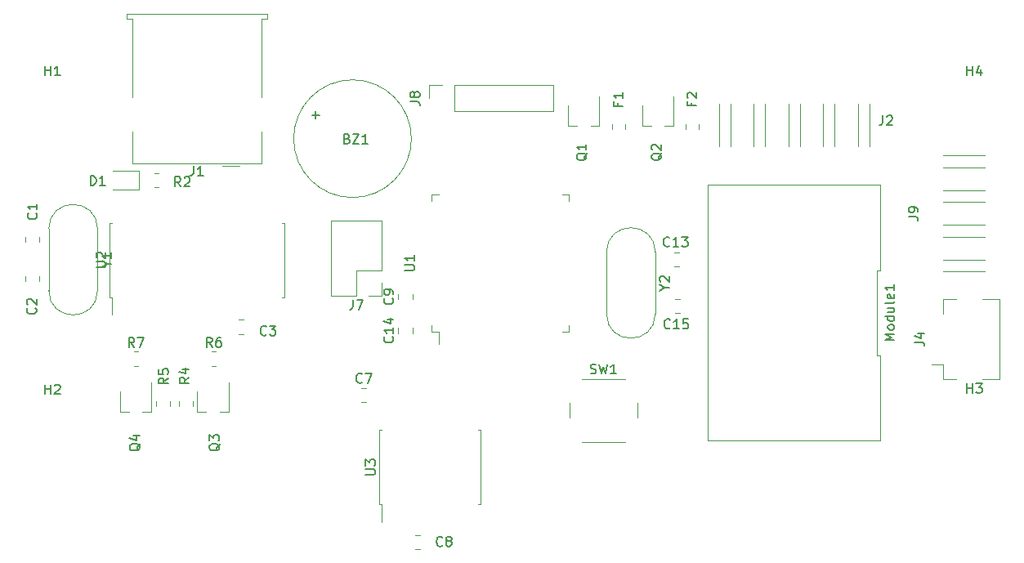
<source format=gto>
%TF.GenerationSoftware,KiCad,Pcbnew,(5.1.10)-1*%
%TF.CreationDate,2021-12-15T16:43:02+05:30*%
%TF.ProjectId,SPVMD_V2.0,5350564d-445f-4563-922e-302e6b696361,rev?*%
%TF.SameCoordinates,Original*%
%TF.FileFunction,Legend,Top*%
%TF.FilePolarity,Positive*%
%FSLAX46Y46*%
G04 Gerber Fmt 4.6, Leading zero omitted, Abs format (unit mm)*
G04 Created by KiCad (PCBNEW (5.1.10)-1) date 2021-12-15 16:43:02*
%MOMM*%
%LPD*%
G01*
G04 APERTURE LIST*
%ADD10C,0.120000*%
%ADD11C,0.150000*%
G04 APERTURE END LIST*
D10*
%TO.C,J7*%
X135696000Y-74806500D02*
X130496000Y-74806500D01*
X135696000Y-79946500D02*
X135696000Y-74806500D01*
X130496000Y-82546500D02*
X130496000Y-74806500D01*
X135696000Y-79946500D02*
X133096000Y-79946500D01*
X133096000Y-79946500D02*
X133096000Y-82546500D01*
X133096000Y-82546500D02*
X130496000Y-82546500D01*
X135696000Y-81216500D02*
X135696000Y-82546500D01*
X135696000Y-82546500D02*
X134366000Y-82546500D01*
%TO.C,BZ1*%
X138805000Y-66294000D02*
G75*
G03*
X138805000Y-66294000I-6100000J0D01*
G01*
%TO.C,C1*%
X100239500Y-76444248D02*
X100239500Y-76966752D01*
X98769500Y-76444248D02*
X98769500Y-76966752D01*
%TO.C,C2*%
X100239500Y-81030752D02*
X100239500Y-80508248D01*
X98769500Y-81030752D02*
X98769500Y-80508248D01*
%TO.C,C3*%
X120899248Y-86523500D02*
X121421752Y-86523500D01*
X120899248Y-85053500D02*
X121421752Y-85053500D01*
%TO.C,C7*%
X133594248Y-92102000D02*
X134116752Y-92102000D01*
X133594248Y-93572000D02*
X134116752Y-93572000D01*
%TO.C,C8*%
X139187248Y-108812000D02*
X139709752Y-108812000D01*
X139187248Y-107342000D02*
X139709752Y-107342000D01*
%TO.C,C9*%
X138911000Y-82938252D02*
X138911000Y-82415748D01*
X137441000Y-82938252D02*
X137441000Y-82415748D01*
%TO.C,C13*%
X166047748Y-79538500D02*
X166570252Y-79538500D01*
X166047748Y-78068500D02*
X166570252Y-78068500D01*
%TO.C,C14*%
X137441000Y-86428252D02*
X137441000Y-85905748D01*
X138911000Y-86428252D02*
X138911000Y-85905748D01*
%TO.C,C15*%
X166111248Y-82894500D02*
X166633752Y-82894500D01*
X166111248Y-84364500D02*
X166633752Y-84364500D01*
%TO.C,D1*%
X107902500Y-71572000D02*
X110587500Y-71572000D01*
X110587500Y-71572000D02*
X110587500Y-69652000D01*
X110587500Y-69652000D02*
X107902500Y-69652000D01*
%TO.C,F1*%
X159564000Y-65294252D02*
X159564000Y-64771748D01*
X160984000Y-65294252D02*
X160984000Y-64771748D01*
%TO.C,F2*%
X168604000Y-65276252D02*
X168604000Y-64753748D01*
X167184000Y-65276252D02*
X167184000Y-64753748D01*
%TO.C,J1*%
X123238500Y-53904500D02*
X123238500Y-62014500D01*
X123238500Y-53904500D02*
X123888500Y-53904500D01*
X123238500Y-68864500D02*
X109918500Y-68864500D01*
X123238500Y-68864500D02*
X123238500Y-65534500D01*
X109918500Y-68864500D02*
X109918500Y-65534500D01*
X109268500Y-53384500D02*
X109268500Y-53904500D01*
X123888500Y-53384500D02*
X109268500Y-53384500D01*
X109918500Y-62014500D02*
X109918500Y-53904500D01*
X123888500Y-53904500D02*
X123888500Y-53384500D01*
X109268500Y-53904500D02*
X109918500Y-53904500D01*
X120978500Y-69084500D02*
X119178500Y-69084500D01*
%TO.C,J2*%
X171869500Y-62718500D02*
X171869500Y-67048500D01*
X170649500Y-62718500D02*
X170649500Y-67048500D01*
X175469500Y-62718500D02*
X175469500Y-67048500D01*
X174249500Y-62718500D02*
X174249500Y-67048500D01*
X179069500Y-62718500D02*
X179069500Y-67048500D01*
X177849500Y-62718500D02*
X177849500Y-67048500D01*
X182669500Y-62718500D02*
X182669500Y-67048500D01*
X181449500Y-62718500D02*
X181449500Y-67048500D01*
X186269500Y-62718500D02*
X186269500Y-67048500D01*
X185049500Y-62718500D02*
X185049500Y-67048500D01*
%TO.C,J4*%
X193899000Y-89718500D02*
X193899000Y-91208500D01*
X193899000Y-91208500D02*
X195239000Y-91208500D01*
X193899000Y-84398500D02*
X193899000Y-82908500D01*
X193899000Y-82908500D02*
X195239000Y-82908500D01*
X197959000Y-91208500D02*
X199699000Y-91208500D01*
X199699000Y-91208500D02*
X199699000Y-82908500D01*
X199699000Y-82908500D02*
X197959000Y-82908500D01*
X193899000Y-89718500D02*
X192699000Y-89718500D01*
%TO.C,J8*%
X143256000Y-63433000D02*
X143256000Y-60773000D01*
X143256000Y-63433000D02*
X153476000Y-63433000D01*
X153476000Y-63433000D02*
X153476000Y-60773000D01*
X143256000Y-60773000D02*
X153476000Y-60773000D01*
X140656000Y-60773000D02*
X141986000Y-60773000D01*
X140656000Y-62103000D02*
X140656000Y-60773000D01*
%TO.C,J9*%
X193909500Y-78828500D02*
X198239500Y-78828500D01*
X193909500Y-80048500D02*
X198239500Y-80048500D01*
X193909500Y-75228500D02*
X198239500Y-75228500D01*
X193909500Y-76448500D02*
X198239500Y-76448500D01*
X193909500Y-71628500D02*
X198239500Y-71628500D01*
X193909500Y-72848500D02*
X198239500Y-72848500D01*
X193909500Y-68028500D02*
X198239500Y-68028500D01*
X193909500Y-69248500D02*
X198239500Y-69248500D01*
%TO.C,Module1*%
X187385000Y-79911334D02*
X187385000Y-71078000D01*
X187025000Y-79911334D02*
X187385000Y-79911334D01*
X187025000Y-88744666D02*
X187025000Y-79911334D01*
X187385000Y-88744666D02*
X187025000Y-88744666D01*
X187385000Y-97578000D02*
X187385000Y-88744666D01*
X169485000Y-97578000D02*
X187385000Y-97578000D01*
X169485000Y-71078000D02*
X169485000Y-97578000D01*
X187385000Y-71078000D02*
X169485000Y-71078000D01*
%TO.C,Q1*%
X155957000Y-64956000D02*
X155047000Y-64956000D01*
X158257000Y-64956000D02*
X157357000Y-64956000D01*
X158267000Y-61881000D02*
X158267000Y-64956000D01*
X155047000Y-62806000D02*
X155047000Y-64956000D01*
%TO.C,Q2*%
X162728000Y-62806000D02*
X162728000Y-64956000D01*
X165948000Y-61881000D02*
X165948000Y-64956000D01*
X165938000Y-64956000D02*
X165038000Y-64956000D01*
X163638000Y-64956000D02*
X162728000Y-64956000D01*
%TO.C,Q3*%
X116627000Y-92475000D02*
X116627000Y-94625000D01*
X119847000Y-91550000D02*
X119847000Y-94625000D01*
X119837000Y-94625000D02*
X118937000Y-94625000D01*
X117537000Y-94625000D02*
X116627000Y-94625000D01*
%TO.C,Q4*%
X109536000Y-94625000D02*
X108626000Y-94625000D01*
X111836000Y-94625000D02*
X110936000Y-94625000D01*
X111846000Y-91550000D02*
X111846000Y-94625000D01*
X108626000Y-92475000D02*
X108626000Y-94625000D01*
%TO.C,R2*%
X112144436Y-71347000D02*
X112598564Y-71347000D01*
X112144436Y-69877000D02*
X112598564Y-69877000D01*
%TO.C,R4*%
X114708000Y-93993064D02*
X114708000Y-93538936D01*
X116178000Y-93993064D02*
X116178000Y-93538936D01*
%TO.C,R5*%
X112358500Y-93976564D02*
X112358500Y-93522436D01*
X113828500Y-93976564D02*
X113828500Y-93522436D01*
%TO.C,R6*%
X118096936Y-89825500D02*
X118551064Y-89825500D01*
X118096936Y-88355500D02*
X118551064Y-88355500D01*
%TO.C,R7*%
X110032436Y-89825500D02*
X110486564Y-89825500D01*
X110032436Y-88355500D02*
X110486564Y-88355500D01*
%TO.C,SW1*%
X156448000Y-97702000D02*
X160948000Y-97702000D01*
X155198000Y-93702000D02*
X155198000Y-95202000D01*
X160948000Y-91202000D02*
X156448000Y-91202000D01*
X162198000Y-95202000D02*
X162198000Y-93702000D01*
%TO.C,U1*%
X155128500Y-72774500D02*
X155128500Y-72074500D01*
X155128500Y-72074500D02*
X154428500Y-72074500D01*
X155128500Y-85594500D02*
X155128500Y-86294500D01*
X155128500Y-86294500D02*
X154428500Y-86294500D01*
X140908500Y-72774500D02*
X140908500Y-72074500D01*
X140908500Y-72074500D02*
X141608500Y-72074500D01*
X140908500Y-85594500D02*
X140908500Y-86294500D01*
X140908500Y-86294500D02*
X141608500Y-86294500D01*
X141608500Y-86294500D02*
X141608500Y-87584500D01*
%TO.C,U2*%
X125646000Y-78867000D02*
X125646000Y-75007000D01*
X125646000Y-75007000D02*
X125401000Y-75007000D01*
X125646000Y-78867000D02*
X125646000Y-82727000D01*
X125646000Y-82727000D02*
X125401000Y-82727000D01*
X107526000Y-78867000D02*
X107526000Y-75007000D01*
X107526000Y-75007000D02*
X107771000Y-75007000D01*
X107526000Y-78867000D02*
X107526000Y-82727000D01*
X107526000Y-82727000D02*
X107771000Y-82727000D01*
X107771000Y-82727000D02*
X107771000Y-84542000D01*
%TO.C,U3*%
X145976000Y-100344500D02*
X145976000Y-96484500D01*
X145976000Y-96484500D02*
X145721000Y-96484500D01*
X145976000Y-100344500D02*
X145976000Y-104204500D01*
X145976000Y-104204500D02*
X145721000Y-104204500D01*
X135456000Y-100344500D02*
X135456000Y-96484500D01*
X135456000Y-96484500D02*
X135711000Y-96484500D01*
X135456000Y-100344500D02*
X135456000Y-104204500D01*
X135456000Y-104204500D02*
X135711000Y-104204500D01*
X135711000Y-104204500D02*
X135711000Y-106019500D01*
%TO.C,Y1*%
X101234000Y-75630500D02*
X101234000Y-82030500D01*
X106284000Y-75630500D02*
X106284000Y-82030500D01*
X101234000Y-82030500D02*
G75*
G03*
X106284000Y-82030500I2525000J0D01*
G01*
X101234000Y-75630500D02*
G75*
G02*
X106284000Y-75630500I2525000J0D01*
G01*
%TO.C,Y2*%
X164069000Y-78043500D02*
X164069000Y-84443500D01*
X159019000Y-78043500D02*
X159019000Y-84443500D01*
X159019000Y-78043500D02*
G75*
G02*
X164069000Y-78043500I2525000J0D01*
G01*
X159019000Y-84443500D02*
G75*
G03*
X164069000Y-84443500I2525000J0D01*
G01*
%TO.C,J7*%
D11*
X132762666Y-82998880D02*
X132762666Y-83713166D01*
X132715047Y-83856023D01*
X132619809Y-83951261D01*
X132476952Y-83998880D01*
X132381714Y-83998880D01*
X133143619Y-82998880D02*
X133810285Y-82998880D01*
X133381714Y-83998880D01*
%TO.C,H4*%
X196342095Y-59752380D02*
X196342095Y-58752380D01*
X196342095Y-59228571D02*
X196913523Y-59228571D01*
X196913523Y-59752380D02*
X196913523Y-58752380D01*
X197818285Y-59085714D02*
X197818285Y-59752380D01*
X197580190Y-58704761D02*
X197342095Y-59419047D01*
X197961142Y-59419047D01*
%TO.C,H3*%
X196342095Y-92645380D02*
X196342095Y-91645380D01*
X196342095Y-92121571D02*
X196913523Y-92121571D01*
X196913523Y-92645380D02*
X196913523Y-91645380D01*
X197294476Y-91645380D02*
X197913523Y-91645380D01*
X197580190Y-92026333D01*
X197723047Y-92026333D01*
X197818285Y-92073952D01*
X197865904Y-92121571D01*
X197913523Y-92216809D01*
X197913523Y-92454904D01*
X197865904Y-92550142D01*
X197818285Y-92597761D01*
X197723047Y-92645380D01*
X197437333Y-92645380D01*
X197342095Y-92597761D01*
X197294476Y-92550142D01*
%TO.C,H2*%
X100838095Y-92772380D02*
X100838095Y-91772380D01*
X100838095Y-92248571D02*
X101409523Y-92248571D01*
X101409523Y-92772380D02*
X101409523Y-91772380D01*
X101838095Y-91867619D02*
X101885714Y-91820000D01*
X101980952Y-91772380D01*
X102219047Y-91772380D01*
X102314285Y-91820000D01*
X102361904Y-91867619D01*
X102409523Y-91962857D01*
X102409523Y-92058095D01*
X102361904Y-92200952D01*
X101790476Y-92772380D01*
X102409523Y-92772380D01*
%TO.C,H1*%
X100838095Y-59752380D02*
X100838095Y-58752380D01*
X100838095Y-59228571D02*
X101409523Y-59228571D01*
X101409523Y-59752380D02*
X101409523Y-58752380D01*
X102409523Y-59752380D02*
X101838095Y-59752380D01*
X102123809Y-59752380D02*
X102123809Y-58752380D01*
X102028571Y-58895238D01*
X101933333Y-58990476D01*
X101838095Y-59038095D01*
%TO.C,BZ1*%
X132151547Y-66286071D02*
X132294404Y-66333690D01*
X132342023Y-66381309D01*
X132389642Y-66476547D01*
X132389642Y-66619404D01*
X132342023Y-66714642D01*
X132294404Y-66762261D01*
X132199166Y-66809880D01*
X131818214Y-66809880D01*
X131818214Y-65809880D01*
X132151547Y-65809880D01*
X132246785Y-65857500D01*
X132294404Y-65905119D01*
X132342023Y-66000357D01*
X132342023Y-66095595D01*
X132294404Y-66190833D01*
X132246785Y-66238452D01*
X132151547Y-66286071D01*
X131818214Y-66286071D01*
X132722976Y-65809880D02*
X133389642Y-65809880D01*
X132722976Y-66809880D01*
X133389642Y-66809880D01*
X134294404Y-66809880D02*
X133722976Y-66809880D01*
X134008690Y-66809880D02*
X134008690Y-65809880D01*
X133913452Y-65952738D01*
X133818214Y-66047976D01*
X133722976Y-66095595D01*
X128514047Y-63825428D02*
X129275952Y-63825428D01*
X128895000Y-64206380D02*
X128895000Y-63444476D01*
%TO.C,C1*%
X99925142Y-74017166D02*
X99972761Y-74064785D01*
X100020380Y-74207642D01*
X100020380Y-74302880D01*
X99972761Y-74445738D01*
X99877523Y-74540976D01*
X99782285Y-74588595D01*
X99591809Y-74636214D01*
X99448952Y-74636214D01*
X99258476Y-74588595D01*
X99163238Y-74540976D01*
X99068000Y-74445738D01*
X99020380Y-74302880D01*
X99020380Y-74207642D01*
X99068000Y-74064785D01*
X99115619Y-74017166D01*
X100020380Y-73064785D02*
X100020380Y-73636214D01*
X100020380Y-73350500D02*
X99020380Y-73350500D01*
X99163238Y-73445738D01*
X99258476Y-73540976D01*
X99306095Y-73636214D01*
%TO.C,C2*%
X99861642Y-83859666D02*
X99909261Y-83907285D01*
X99956880Y-84050142D01*
X99956880Y-84145380D01*
X99909261Y-84288238D01*
X99814023Y-84383476D01*
X99718785Y-84431095D01*
X99528309Y-84478714D01*
X99385452Y-84478714D01*
X99194976Y-84431095D01*
X99099738Y-84383476D01*
X99004500Y-84288238D01*
X98956880Y-84145380D01*
X98956880Y-84050142D01*
X99004500Y-83907285D01*
X99052119Y-83859666D01*
X99052119Y-83478714D02*
X99004500Y-83431095D01*
X98956880Y-83335857D01*
X98956880Y-83097761D01*
X99004500Y-83002523D01*
X99052119Y-82954904D01*
X99147357Y-82907285D01*
X99242595Y-82907285D01*
X99385452Y-82954904D01*
X99956880Y-83526333D01*
X99956880Y-82907285D01*
%TO.C,C3*%
X123785333Y-86590142D02*
X123737714Y-86637761D01*
X123594857Y-86685380D01*
X123499619Y-86685380D01*
X123356761Y-86637761D01*
X123261523Y-86542523D01*
X123213904Y-86447285D01*
X123166285Y-86256809D01*
X123166285Y-86113952D01*
X123213904Y-85923476D01*
X123261523Y-85828238D01*
X123356761Y-85733000D01*
X123499619Y-85685380D01*
X123594857Y-85685380D01*
X123737714Y-85733000D01*
X123785333Y-85780619D01*
X124118666Y-85685380D02*
X124737714Y-85685380D01*
X124404380Y-86066333D01*
X124547238Y-86066333D01*
X124642476Y-86113952D01*
X124690095Y-86161571D01*
X124737714Y-86256809D01*
X124737714Y-86494904D01*
X124690095Y-86590142D01*
X124642476Y-86637761D01*
X124547238Y-86685380D01*
X124261523Y-86685380D01*
X124166285Y-86637761D01*
X124118666Y-86590142D01*
%TO.C,C7*%
X133688833Y-91514142D02*
X133641214Y-91561761D01*
X133498357Y-91609380D01*
X133403119Y-91609380D01*
X133260261Y-91561761D01*
X133165023Y-91466523D01*
X133117404Y-91371285D01*
X133069785Y-91180809D01*
X133069785Y-91037952D01*
X133117404Y-90847476D01*
X133165023Y-90752238D01*
X133260261Y-90657000D01*
X133403119Y-90609380D01*
X133498357Y-90609380D01*
X133641214Y-90657000D01*
X133688833Y-90704619D01*
X134022166Y-90609380D02*
X134688833Y-90609380D01*
X134260261Y-91609380D01*
%TO.C,C8*%
X142009833Y-108434142D02*
X141962214Y-108481761D01*
X141819357Y-108529380D01*
X141724119Y-108529380D01*
X141581261Y-108481761D01*
X141486023Y-108386523D01*
X141438404Y-108291285D01*
X141390785Y-108100809D01*
X141390785Y-107957952D01*
X141438404Y-107767476D01*
X141486023Y-107672238D01*
X141581261Y-107577000D01*
X141724119Y-107529380D01*
X141819357Y-107529380D01*
X141962214Y-107577000D01*
X142009833Y-107624619D01*
X142581261Y-107957952D02*
X142486023Y-107910333D01*
X142438404Y-107862714D01*
X142390785Y-107767476D01*
X142390785Y-107719857D01*
X142438404Y-107624619D01*
X142486023Y-107577000D01*
X142581261Y-107529380D01*
X142771738Y-107529380D01*
X142866976Y-107577000D01*
X142914595Y-107624619D01*
X142962214Y-107719857D01*
X142962214Y-107767476D01*
X142914595Y-107862714D01*
X142866976Y-107910333D01*
X142771738Y-107957952D01*
X142581261Y-107957952D01*
X142486023Y-108005571D01*
X142438404Y-108053190D01*
X142390785Y-108148428D01*
X142390785Y-108338904D01*
X142438404Y-108434142D01*
X142486023Y-108481761D01*
X142581261Y-108529380D01*
X142771738Y-108529380D01*
X142866976Y-108481761D01*
X142914595Y-108434142D01*
X142962214Y-108338904D01*
X142962214Y-108148428D01*
X142914595Y-108053190D01*
X142866976Y-108005571D01*
X142771738Y-107957952D01*
%TO.C,C9*%
X136853142Y-82843666D02*
X136900761Y-82891285D01*
X136948380Y-83034142D01*
X136948380Y-83129380D01*
X136900761Y-83272238D01*
X136805523Y-83367476D01*
X136710285Y-83415095D01*
X136519809Y-83462714D01*
X136376952Y-83462714D01*
X136186476Y-83415095D01*
X136091238Y-83367476D01*
X135996000Y-83272238D01*
X135948380Y-83129380D01*
X135948380Y-83034142D01*
X135996000Y-82891285D01*
X136043619Y-82843666D01*
X136948380Y-82367476D02*
X136948380Y-82177000D01*
X136900761Y-82081761D01*
X136853142Y-82034142D01*
X136710285Y-81938904D01*
X136519809Y-81891285D01*
X136138857Y-81891285D01*
X136043619Y-81938904D01*
X135996000Y-81986523D01*
X135948380Y-82081761D01*
X135948380Y-82272238D01*
X135996000Y-82367476D01*
X136043619Y-82415095D01*
X136138857Y-82462714D01*
X136376952Y-82462714D01*
X136472190Y-82415095D01*
X136519809Y-82367476D01*
X136567428Y-82272238D01*
X136567428Y-82081761D01*
X136519809Y-81986523D01*
X136472190Y-81938904D01*
X136376952Y-81891285D01*
%TO.C,C13*%
X165536642Y-77382642D02*
X165489023Y-77430261D01*
X165346166Y-77477880D01*
X165250928Y-77477880D01*
X165108071Y-77430261D01*
X165012833Y-77335023D01*
X164965214Y-77239785D01*
X164917595Y-77049309D01*
X164917595Y-76906452D01*
X164965214Y-76715976D01*
X165012833Y-76620738D01*
X165108071Y-76525500D01*
X165250928Y-76477880D01*
X165346166Y-76477880D01*
X165489023Y-76525500D01*
X165536642Y-76573119D01*
X166489023Y-77477880D02*
X165917595Y-77477880D01*
X166203309Y-77477880D02*
X166203309Y-76477880D01*
X166108071Y-76620738D01*
X166012833Y-76715976D01*
X165917595Y-76763595D01*
X166822357Y-76477880D02*
X167441404Y-76477880D01*
X167108071Y-76858833D01*
X167250928Y-76858833D01*
X167346166Y-76906452D01*
X167393785Y-76954071D01*
X167441404Y-77049309D01*
X167441404Y-77287404D01*
X167393785Y-77382642D01*
X167346166Y-77430261D01*
X167250928Y-77477880D01*
X166965214Y-77477880D01*
X166869976Y-77430261D01*
X166822357Y-77382642D01*
%TO.C,C14*%
X136853142Y-86809857D02*
X136900761Y-86857476D01*
X136948380Y-87000333D01*
X136948380Y-87095571D01*
X136900761Y-87238428D01*
X136805523Y-87333666D01*
X136710285Y-87381285D01*
X136519809Y-87428904D01*
X136376952Y-87428904D01*
X136186476Y-87381285D01*
X136091238Y-87333666D01*
X135996000Y-87238428D01*
X135948380Y-87095571D01*
X135948380Y-87000333D01*
X135996000Y-86857476D01*
X136043619Y-86809857D01*
X136948380Y-85857476D02*
X136948380Y-86428904D01*
X136948380Y-86143190D02*
X135948380Y-86143190D01*
X136091238Y-86238428D01*
X136186476Y-86333666D01*
X136234095Y-86428904D01*
X136281714Y-85000333D02*
X136948380Y-85000333D01*
X135900761Y-85238428D02*
X136615047Y-85476523D01*
X136615047Y-84857476D01*
%TO.C,C15*%
X165600142Y-85891642D02*
X165552523Y-85939261D01*
X165409666Y-85986880D01*
X165314428Y-85986880D01*
X165171571Y-85939261D01*
X165076333Y-85844023D01*
X165028714Y-85748785D01*
X164981095Y-85558309D01*
X164981095Y-85415452D01*
X165028714Y-85224976D01*
X165076333Y-85129738D01*
X165171571Y-85034500D01*
X165314428Y-84986880D01*
X165409666Y-84986880D01*
X165552523Y-85034500D01*
X165600142Y-85082119D01*
X166552523Y-85986880D02*
X165981095Y-85986880D01*
X166266809Y-85986880D02*
X166266809Y-84986880D01*
X166171571Y-85129738D01*
X166076333Y-85224976D01*
X165981095Y-85272595D01*
X167457285Y-84986880D02*
X166981095Y-84986880D01*
X166933476Y-85463071D01*
X166981095Y-85415452D01*
X167076333Y-85367833D01*
X167314428Y-85367833D01*
X167409666Y-85415452D01*
X167457285Y-85463071D01*
X167504904Y-85558309D01*
X167504904Y-85796404D01*
X167457285Y-85891642D01*
X167409666Y-85939261D01*
X167314428Y-85986880D01*
X167076333Y-85986880D01*
X166981095Y-85939261D01*
X166933476Y-85891642D01*
%TO.C,D1*%
X105560904Y-71127880D02*
X105560904Y-70127880D01*
X105799000Y-70127880D01*
X105941857Y-70175500D01*
X106037095Y-70270738D01*
X106084714Y-70365976D01*
X106132333Y-70556452D01*
X106132333Y-70699309D01*
X106084714Y-70889785D01*
X106037095Y-70985023D01*
X105941857Y-71080261D01*
X105799000Y-71127880D01*
X105560904Y-71127880D01*
X107084714Y-71127880D02*
X106513285Y-71127880D01*
X106799000Y-71127880D02*
X106799000Y-70127880D01*
X106703761Y-70270738D01*
X106608523Y-70365976D01*
X106513285Y-70413595D01*
%TO.C,F1*%
X160202571Y-62563333D02*
X160202571Y-62896666D01*
X160726380Y-62896666D02*
X159726380Y-62896666D01*
X159726380Y-62420476D01*
X160726380Y-61515714D02*
X160726380Y-62087142D01*
X160726380Y-61801428D02*
X159726380Y-61801428D01*
X159869238Y-61896666D01*
X159964476Y-61991904D01*
X160012095Y-62087142D01*
%TO.C,F2*%
X167822571Y-62554333D02*
X167822571Y-62887666D01*
X168346380Y-62887666D02*
X167346380Y-62887666D01*
X167346380Y-62411476D01*
X167441619Y-62078142D02*
X167394000Y-62030523D01*
X167346380Y-61935285D01*
X167346380Y-61697190D01*
X167394000Y-61601952D01*
X167441619Y-61554333D01*
X167536857Y-61506714D01*
X167632095Y-61506714D01*
X167774952Y-61554333D01*
X168346380Y-62125761D01*
X168346380Y-61506714D01*
%TO.C,J1*%
X116245166Y-69126880D02*
X116245166Y-69841166D01*
X116197547Y-69984023D01*
X116102309Y-70079261D01*
X115959452Y-70126880D01*
X115864214Y-70126880D01*
X117245166Y-70126880D02*
X116673738Y-70126880D01*
X116959452Y-70126880D02*
X116959452Y-69126880D01*
X116864214Y-69269738D01*
X116768976Y-69364976D01*
X116673738Y-69412595D01*
%TO.C,J2*%
X187626666Y-63904880D02*
X187626666Y-64619166D01*
X187579047Y-64762023D01*
X187483809Y-64857261D01*
X187340952Y-64904880D01*
X187245714Y-64904880D01*
X188055238Y-64000119D02*
X188102857Y-63952500D01*
X188198095Y-63904880D01*
X188436190Y-63904880D01*
X188531428Y-63952500D01*
X188579047Y-64000119D01*
X188626666Y-64095357D01*
X188626666Y-64190595D01*
X188579047Y-64333452D01*
X188007619Y-64904880D01*
X188626666Y-64904880D01*
%TO.C,J4*%
X190951380Y-87391833D02*
X191665666Y-87391833D01*
X191808523Y-87439452D01*
X191903761Y-87534690D01*
X191951380Y-87677547D01*
X191951380Y-87772785D01*
X191284714Y-86487071D02*
X191951380Y-86487071D01*
X190903761Y-86725166D02*
X191618047Y-86963261D01*
X191618047Y-86344214D01*
%TO.C,J8*%
X138668380Y-62436333D02*
X139382666Y-62436333D01*
X139525523Y-62483952D01*
X139620761Y-62579190D01*
X139668380Y-62722047D01*
X139668380Y-62817285D01*
X139096952Y-61817285D02*
X139049333Y-61912523D01*
X139001714Y-61960142D01*
X138906476Y-62007761D01*
X138858857Y-62007761D01*
X138763619Y-61960142D01*
X138716000Y-61912523D01*
X138668380Y-61817285D01*
X138668380Y-61626809D01*
X138716000Y-61531571D01*
X138763619Y-61483952D01*
X138858857Y-61436333D01*
X138906476Y-61436333D01*
X139001714Y-61483952D01*
X139049333Y-61531571D01*
X139096952Y-61626809D01*
X139096952Y-61817285D01*
X139144571Y-61912523D01*
X139192190Y-61960142D01*
X139287428Y-62007761D01*
X139477904Y-62007761D01*
X139573142Y-61960142D01*
X139620761Y-61912523D01*
X139668380Y-61817285D01*
X139668380Y-61626809D01*
X139620761Y-61531571D01*
X139573142Y-61483952D01*
X139477904Y-61436333D01*
X139287428Y-61436333D01*
X139192190Y-61483952D01*
X139144571Y-61531571D01*
X139096952Y-61626809D01*
%TO.C,J9*%
X190301880Y-74371833D02*
X191016166Y-74371833D01*
X191159023Y-74419452D01*
X191254261Y-74514690D01*
X191301880Y-74657547D01*
X191301880Y-74752785D01*
X191301880Y-73848023D02*
X191301880Y-73657547D01*
X191254261Y-73562309D01*
X191206642Y-73514690D01*
X191063785Y-73419452D01*
X190873309Y-73371833D01*
X190492357Y-73371833D01*
X190397119Y-73419452D01*
X190349500Y-73467071D01*
X190301880Y-73562309D01*
X190301880Y-73752785D01*
X190349500Y-73848023D01*
X190397119Y-73895642D01*
X190492357Y-73943261D01*
X190730452Y-73943261D01*
X190825690Y-73895642D01*
X190873309Y-73848023D01*
X190920928Y-73752785D01*
X190920928Y-73562309D01*
X190873309Y-73467071D01*
X190825690Y-73419452D01*
X190730452Y-73371833D01*
%TO.C,Module1*%
X188837380Y-87185142D02*
X187837380Y-87185142D01*
X188551666Y-86851809D01*
X187837380Y-86518476D01*
X188837380Y-86518476D01*
X188837380Y-85899428D02*
X188789761Y-85994666D01*
X188742142Y-86042285D01*
X188646904Y-86089904D01*
X188361190Y-86089904D01*
X188265952Y-86042285D01*
X188218333Y-85994666D01*
X188170714Y-85899428D01*
X188170714Y-85756571D01*
X188218333Y-85661333D01*
X188265952Y-85613714D01*
X188361190Y-85566095D01*
X188646904Y-85566095D01*
X188742142Y-85613714D01*
X188789761Y-85661333D01*
X188837380Y-85756571D01*
X188837380Y-85899428D01*
X188837380Y-84708952D02*
X187837380Y-84708952D01*
X188789761Y-84708952D02*
X188837380Y-84804190D01*
X188837380Y-84994666D01*
X188789761Y-85089904D01*
X188742142Y-85137523D01*
X188646904Y-85185142D01*
X188361190Y-85185142D01*
X188265952Y-85137523D01*
X188218333Y-85089904D01*
X188170714Y-84994666D01*
X188170714Y-84804190D01*
X188218333Y-84708952D01*
X188170714Y-83804190D02*
X188837380Y-83804190D01*
X188170714Y-84232761D02*
X188694523Y-84232761D01*
X188789761Y-84185142D01*
X188837380Y-84089904D01*
X188837380Y-83947047D01*
X188789761Y-83851809D01*
X188742142Y-83804190D01*
X188837380Y-83185142D02*
X188789761Y-83280380D01*
X188694523Y-83328000D01*
X187837380Y-83328000D01*
X188789761Y-82423238D02*
X188837380Y-82518476D01*
X188837380Y-82708952D01*
X188789761Y-82804190D01*
X188694523Y-82851809D01*
X188313571Y-82851809D01*
X188218333Y-82804190D01*
X188170714Y-82708952D01*
X188170714Y-82518476D01*
X188218333Y-82423238D01*
X188313571Y-82375619D01*
X188408809Y-82375619D01*
X188504047Y-82851809D01*
X188837380Y-81423238D02*
X188837380Y-81994666D01*
X188837380Y-81708952D02*
X187837380Y-81708952D01*
X187980238Y-81804190D01*
X188075476Y-81899428D01*
X188123095Y-81994666D01*
%TO.C,Q1*%
X157011619Y-67786238D02*
X156964000Y-67881476D01*
X156868761Y-67976714D01*
X156725904Y-68119571D01*
X156678285Y-68214809D01*
X156678285Y-68310047D01*
X156916380Y-68262428D02*
X156868761Y-68357666D01*
X156773523Y-68452904D01*
X156583047Y-68500523D01*
X156249714Y-68500523D01*
X156059238Y-68452904D01*
X155964000Y-68357666D01*
X155916380Y-68262428D01*
X155916380Y-68071952D01*
X155964000Y-67976714D01*
X156059238Y-67881476D01*
X156249714Y-67833857D01*
X156583047Y-67833857D01*
X156773523Y-67881476D01*
X156868761Y-67976714D01*
X156916380Y-68071952D01*
X156916380Y-68262428D01*
X156916380Y-66881476D02*
X156916380Y-67452904D01*
X156916380Y-67167190D02*
X155916380Y-67167190D01*
X156059238Y-67262428D01*
X156154476Y-67357666D01*
X156202095Y-67452904D01*
%TO.C,Q2*%
X164758619Y-67786238D02*
X164711000Y-67881476D01*
X164615761Y-67976714D01*
X164472904Y-68119571D01*
X164425285Y-68214809D01*
X164425285Y-68310047D01*
X164663380Y-68262428D02*
X164615761Y-68357666D01*
X164520523Y-68452904D01*
X164330047Y-68500523D01*
X163996714Y-68500523D01*
X163806238Y-68452904D01*
X163711000Y-68357666D01*
X163663380Y-68262428D01*
X163663380Y-68071952D01*
X163711000Y-67976714D01*
X163806238Y-67881476D01*
X163996714Y-67833857D01*
X164330047Y-67833857D01*
X164520523Y-67881476D01*
X164615761Y-67976714D01*
X164663380Y-68071952D01*
X164663380Y-68262428D01*
X163758619Y-67452904D02*
X163711000Y-67405285D01*
X163663380Y-67310047D01*
X163663380Y-67071952D01*
X163711000Y-66976714D01*
X163758619Y-66929095D01*
X163853857Y-66881476D01*
X163949095Y-66881476D01*
X164091952Y-66929095D01*
X164663380Y-67500523D01*
X164663380Y-66881476D01*
%TO.C,Q3*%
X118975119Y-97885238D02*
X118927500Y-97980476D01*
X118832261Y-98075714D01*
X118689404Y-98218571D01*
X118641785Y-98313809D01*
X118641785Y-98409047D01*
X118879880Y-98361428D02*
X118832261Y-98456666D01*
X118737023Y-98551904D01*
X118546547Y-98599523D01*
X118213214Y-98599523D01*
X118022738Y-98551904D01*
X117927500Y-98456666D01*
X117879880Y-98361428D01*
X117879880Y-98170952D01*
X117927500Y-98075714D01*
X118022738Y-97980476D01*
X118213214Y-97932857D01*
X118546547Y-97932857D01*
X118737023Y-97980476D01*
X118832261Y-98075714D01*
X118879880Y-98170952D01*
X118879880Y-98361428D01*
X117879880Y-97599523D02*
X117879880Y-96980476D01*
X118260833Y-97313809D01*
X118260833Y-97170952D01*
X118308452Y-97075714D01*
X118356071Y-97028095D01*
X118451309Y-96980476D01*
X118689404Y-96980476D01*
X118784642Y-97028095D01*
X118832261Y-97075714D01*
X118879880Y-97170952D01*
X118879880Y-97456666D01*
X118832261Y-97551904D01*
X118784642Y-97599523D01*
%TO.C,Q4*%
X110720119Y-97885238D02*
X110672500Y-97980476D01*
X110577261Y-98075714D01*
X110434404Y-98218571D01*
X110386785Y-98313809D01*
X110386785Y-98409047D01*
X110624880Y-98361428D02*
X110577261Y-98456666D01*
X110482023Y-98551904D01*
X110291547Y-98599523D01*
X109958214Y-98599523D01*
X109767738Y-98551904D01*
X109672500Y-98456666D01*
X109624880Y-98361428D01*
X109624880Y-98170952D01*
X109672500Y-98075714D01*
X109767738Y-97980476D01*
X109958214Y-97932857D01*
X110291547Y-97932857D01*
X110482023Y-97980476D01*
X110577261Y-98075714D01*
X110624880Y-98170952D01*
X110624880Y-98361428D01*
X109958214Y-97075714D02*
X110624880Y-97075714D01*
X109577261Y-97313809D02*
X110291547Y-97551904D01*
X110291547Y-96932857D01*
%TO.C,R2*%
X114895333Y-71254880D02*
X114562000Y-70778690D01*
X114323904Y-71254880D02*
X114323904Y-70254880D01*
X114704857Y-70254880D01*
X114800095Y-70302500D01*
X114847714Y-70350119D01*
X114895333Y-70445357D01*
X114895333Y-70588214D01*
X114847714Y-70683452D01*
X114800095Y-70731071D01*
X114704857Y-70778690D01*
X114323904Y-70778690D01*
X115276285Y-70350119D02*
X115323904Y-70302500D01*
X115419142Y-70254880D01*
X115657238Y-70254880D01*
X115752476Y-70302500D01*
X115800095Y-70350119D01*
X115847714Y-70445357D01*
X115847714Y-70540595D01*
X115800095Y-70683452D01*
X115228666Y-71254880D01*
X115847714Y-71254880D01*
%TO.C,R4*%
X115768380Y-91035166D02*
X115292190Y-91368500D01*
X115768380Y-91606595D02*
X114768380Y-91606595D01*
X114768380Y-91225642D01*
X114816000Y-91130404D01*
X114863619Y-91082785D01*
X114958857Y-91035166D01*
X115101714Y-91035166D01*
X115196952Y-91082785D01*
X115244571Y-91130404D01*
X115292190Y-91225642D01*
X115292190Y-91606595D01*
X115101714Y-90178023D02*
X115768380Y-90178023D01*
X114720761Y-90416119D02*
X115435047Y-90654214D01*
X115435047Y-90035166D01*
%TO.C,R5*%
X113609380Y-91098666D02*
X113133190Y-91432000D01*
X113609380Y-91670095D02*
X112609380Y-91670095D01*
X112609380Y-91289142D01*
X112657000Y-91193904D01*
X112704619Y-91146285D01*
X112799857Y-91098666D01*
X112942714Y-91098666D01*
X113037952Y-91146285D01*
X113085571Y-91193904D01*
X113133190Y-91289142D01*
X113133190Y-91670095D01*
X112609380Y-90193904D02*
X112609380Y-90670095D01*
X113085571Y-90717714D01*
X113037952Y-90670095D01*
X112990333Y-90574857D01*
X112990333Y-90336761D01*
X113037952Y-90241523D01*
X113085571Y-90193904D01*
X113180809Y-90146285D01*
X113418904Y-90146285D01*
X113514142Y-90193904D01*
X113561761Y-90241523D01*
X113609380Y-90336761D01*
X113609380Y-90574857D01*
X113561761Y-90670095D01*
X113514142Y-90717714D01*
%TO.C,R6*%
X118157333Y-87892880D02*
X117824000Y-87416690D01*
X117585904Y-87892880D02*
X117585904Y-86892880D01*
X117966857Y-86892880D01*
X118062095Y-86940500D01*
X118109714Y-86988119D01*
X118157333Y-87083357D01*
X118157333Y-87226214D01*
X118109714Y-87321452D01*
X118062095Y-87369071D01*
X117966857Y-87416690D01*
X117585904Y-87416690D01*
X119014476Y-86892880D02*
X118824000Y-86892880D01*
X118728761Y-86940500D01*
X118681142Y-86988119D01*
X118585904Y-87130976D01*
X118538285Y-87321452D01*
X118538285Y-87702404D01*
X118585904Y-87797642D01*
X118633523Y-87845261D01*
X118728761Y-87892880D01*
X118919238Y-87892880D01*
X119014476Y-87845261D01*
X119062095Y-87797642D01*
X119109714Y-87702404D01*
X119109714Y-87464309D01*
X119062095Y-87369071D01*
X119014476Y-87321452D01*
X118919238Y-87273833D01*
X118728761Y-87273833D01*
X118633523Y-87321452D01*
X118585904Y-87369071D01*
X118538285Y-87464309D01*
%TO.C,R7*%
X110092833Y-87892880D02*
X109759500Y-87416690D01*
X109521404Y-87892880D02*
X109521404Y-86892880D01*
X109902357Y-86892880D01*
X109997595Y-86940500D01*
X110045214Y-86988119D01*
X110092833Y-87083357D01*
X110092833Y-87226214D01*
X110045214Y-87321452D01*
X109997595Y-87369071D01*
X109902357Y-87416690D01*
X109521404Y-87416690D01*
X110426166Y-86892880D02*
X111092833Y-86892880D01*
X110664261Y-87892880D01*
%TO.C,SW1*%
X157364666Y-90606761D02*
X157507523Y-90654380D01*
X157745619Y-90654380D01*
X157840857Y-90606761D01*
X157888476Y-90559142D01*
X157936095Y-90463904D01*
X157936095Y-90368666D01*
X157888476Y-90273428D01*
X157840857Y-90225809D01*
X157745619Y-90178190D01*
X157555142Y-90130571D01*
X157459904Y-90082952D01*
X157412285Y-90035333D01*
X157364666Y-89940095D01*
X157364666Y-89844857D01*
X157412285Y-89749619D01*
X157459904Y-89702000D01*
X157555142Y-89654380D01*
X157793238Y-89654380D01*
X157936095Y-89702000D01*
X158269428Y-89654380D02*
X158507523Y-90654380D01*
X158698000Y-89940095D01*
X158888476Y-90654380D01*
X159126571Y-89654380D01*
X160031333Y-90654380D02*
X159459904Y-90654380D01*
X159745619Y-90654380D02*
X159745619Y-89654380D01*
X159650380Y-89797238D01*
X159555142Y-89892476D01*
X159459904Y-89940095D01*
%TO.C,U1*%
X138120880Y-79946404D02*
X138930404Y-79946404D01*
X139025642Y-79898785D01*
X139073261Y-79851166D01*
X139120880Y-79755928D01*
X139120880Y-79565452D01*
X139073261Y-79470214D01*
X139025642Y-79422595D01*
X138930404Y-79374976D01*
X138120880Y-79374976D01*
X139120880Y-78374976D02*
X139120880Y-78946404D01*
X139120880Y-78660690D02*
X138120880Y-78660690D01*
X138263738Y-78755928D01*
X138358976Y-78851166D01*
X138406595Y-78946404D01*
%TO.C,U2*%
X106138380Y-79628904D02*
X106947904Y-79628904D01*
X107043142Y-79581285D01*
X107090761Y-79533666D01*
X107138380Y-79438428D01*
X107138380Y-79247952D01*
X107090761Y-79152714D01*
X107043142Y-79105095D01*
X106947904Y-79057476D01*
X106138380Y-79057476D01*
X106233619Y-78628904D02*
X106186000Y-78581285D01*
X106138380Y-78486047D01*
X106138380Y-78247952D01*
X106186000Y-78152714D01*
X106233619Y-78105095D01*
X106328857Y-78057476D01*
X106424095Y-78057476D01*
X106566952Y-78105095D01*
X107138380Y-78676523D01*
X107138380Y-78057476D01*
%TO.C,U3*%
X134068380Y-101106404D02*
X134877904Y-101106404D01*
X134973142Y-101058785D01*
X135020761Y-101011166D01*
X135068380Y-100915928D01*
X135068380Y-100725452D01*
X135020761Y-100630214D01*
X134973142Y-100582595D01*
X134877904Y-100534976D01*
X134068380Y-100534976D01*
X134068380Y-100154023D02*
X134068380Y-99534976D01*
X134449333Y-99868309D01*
X134449333Y-99725452D01*
X134496952Y-99630214D01*
X134544571Y-99582595D01*
X134639809Y-99534976D01*
X134877904Y-99534976D01*
X134973142Y-99582595D01*
X135020761Y-99630214D01*
X135068380Y-99725452D01*
X135068380Y-100011166D01*
X135020761Y-100106404D01*
X134973142Y-100154023D01*
%TO.C,Y1*%
X107260190Y-79306690D02*
X107736380Y-79306690D01*
X106736380Y-79640023D02*
X107260190Y-79306690D01*
X106736380Y-78973357D01*
X107736380Y-78116214D02*
X107736380Y-78687642D01*
X107736380Y-78401928D02*
X106736380Y-78401928D01*
X106879238Y-78497166D01*
X106974476Y-78592404D01*
X107022095Y-78687642D01*
%TO.C,Y2*%
X165045190Y-81719690D02*
X165521380Y-81719690D01*
X164521380Y-82053023D02*
X165045190Y-81719690D01*
X164521380Y-81386357D01*
X164616619Y-81100642D02*
X164569000Y-81053023D01*
X164521380Y-80957785D01*
X164521380Y-80719690D01*
X164569000Y-80624452D01*
X164616619Y-80576833D01*
X164711857Y-80529214D01*
X164807095Y-80529214D01*
X164949952Y-80576833D01*
X165521380Y-81148261D01*
X165521380Y-80529214D01*
%TD*%
M02*

</source>
